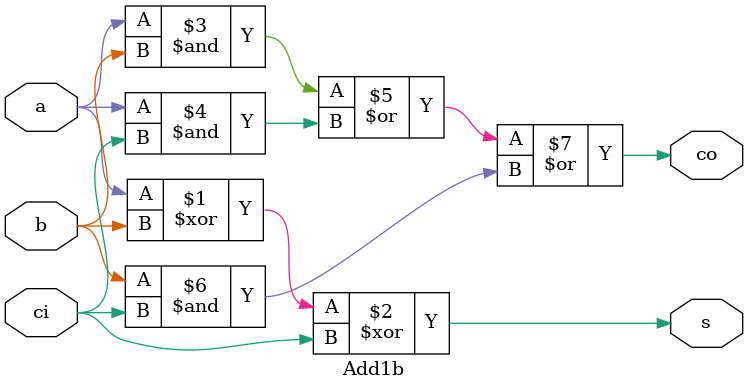
<source format=v>
`timescale 1ns / 1ps


module Add1b(
    input a,
    input b,
    input ci,
    output s,
    output co
    );
    assign s = a ^ b ^ ci;
    assign co = (a&b)|(a&ci)|(b&ci);
endmodule

</source>
